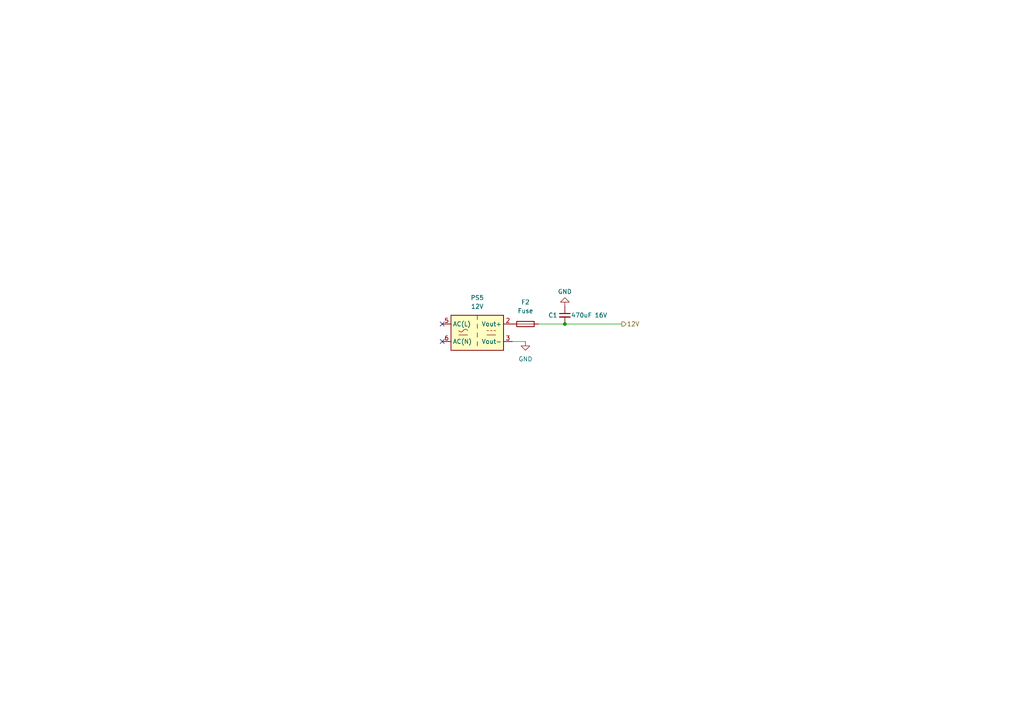
<source format=kicad_sch>
(kicad_sch
	(version 20250114)
	(generator "eeschema")
	(generator_version "9.0")
	(uuid "9f7dbccc-6872-4002-b4c3-0dba4d5cad34")
	(paper "A4")
	(lib_symbols
		(symbol "Converter_ACDC:TMLM04112"
			(exclude_from_sim no)
			(in_bom yes)
			(on_board yes)
			(property "Reference" "PS"
				(at 0 6.35 0)
				(effects
					(font
						(size 1.27 1.27)
					)
				)
			)
			(property "Value" "TMLM04112"
				(at 0 -6.35 0)
				(effects
					(font
						(size 1.27 1.27)
					)
				)
			)
			(property "Footprint" "Converter_ACDC:Converter_ACDC_TRACO_TMLM-04_THT"
				(at 0 -8.89 0)
				(effects
					(font
						(size 1.27 1.27)
					)
					(hide yes)
				)
			)
			(property "Datasheet" "https://www.tracopower.com/products/tmlm.pdf"
				(at 0 0 0)
				(effects
					(font
						(size 1.27 1.27)
					)
					(hide yes)
				)
			)
			(property "Description" "12V 333mA AC/DC low noise power module"
				(at 0 0 0)
				(effects
					(font
						(size 1.27 1.27)
					)
					(hide yes)
				)
			)
			(property "ki_keywords" "Traco Power 4W AC-DC module power supply"
				(at 0 0 0)
				(effects
					(font
						(size 1.27 1.27)
					)
					(hide yes)
				)
			)
			(property "ki_fp_filters" "Converter*ACDC*TRACO*TMLM*04*"
				(at 0 0 0)
				(effects
					(font
						(size 1.27 1.27)
					)
					(hide yes)
				)
			)
			(symbol "TMLM04112_0_1"
				(rectangle
					(start -7.62 5.08)
					(end 7.62 -5.08)
					(stroke
						(width 0.254)
						(type default)
					)
					(fill
						(type background)
					)
				)
				(polyline
					(pts
						(xy -5.334 -0.635) (xy -2.794 -0.635)
					)
					(stroke
						(width 0)
						(type default)
					)
					(fill
						(type none)
					)
				)
				(arc
					(start -4.064 0.635)
					(mid -4.699 0.2495)
					(end -5.334 0.635)
					(stroke
						(width 0)
						(type default)
					)
					(fill
						(type none)
					)
				)
				(arc
					(start -4.064 0.635)
					(mid -3.429 1.0072)
					(end -2.794 0.635)
					(stroke
						(width 0)
						(type default)
					)
					(fill
						(type none)
					)
				)
				(polyline
					(pts
						(xy 0 5.08) (xy 0 3.81)
					)
					(stroke
						(width 0)
						(type default)
					)
					(fill
						(type none)
					)
				)
				(polyline
					(pts
						(xy 0 2.54) (xy 0 1.27)
					)
					(stroke
						(width 0)
						(type default)
					)
					(fill
						(type none)
					)
				)
				(polyline
					(pts
						(xy 0 0) (xy 0 -1.27)
					)
					(stroke
						(width 0)
						(type default)
					)
					(fill
						(type none)
					)
				)
				(polyline
					(pts
						(xy 0 -2.54) (xy 0 -3.81)
					)
					(stroke
						(width 0)
						(type default)
					)
					(fill
						(type none)
					)
				)
				(polyline
					(pts
						(xy 2.794 0.635) (xy 3.302 0.635)
					)
					(stroke
						(width 0)
						(type default)
					)
					(fill
						(type none)
					)
				)
				(polyline
					(pts
						(xy 2.794 -0.635) (xy 5.334 -0.635)
					)
					(stroke
						(width 0)
						(type default)
					)
					(fill
						(type none)
					)
				)
				(polyline
					(pts
						(xy 3.81 0.635) (xy 4.318 0.635)
					)
					(stroke
						(width 0)
						(type default)
					)
					(fill
						(type none)
					)
				)
				(polyline
					(pts
						(xy 4.826 0.635) (xy 5.334 0.635)
					)
					(stroke
						(width 0)
						(type default)
					)
					(fill
						(type none)
					)
				)
			)
			(symbol "TMLM04112_1_1"
				(pin power_in line
					(at -10.16 2.54 0)
					(length 2.54)
					(name "AC(L)"
						(effects
							(font
								(size 1.27 1.27)
							)
						)
					)
					(number "5"
						(effects
							(font
								(size 1.27 1.27)
							)
						)
					)
				)
				(pin power_in line
					(at -10.16 -2.54 0)
					(length 2.54)
					(name "AC(N)"
						(effects
							(font
								(size 1.27 1.27)
							)
						)
					)
					(number "6"
						(effects
							(font
								(size 1.27 1.27)
							)
						)
					)
				)
				(pin power_out line
					(at 10.16 2.54 180)
					(length 2.54)
					(name "Vout+"
						(effects
							(font
								(size 1.27 1.27)
							)
						)
					)
					(number "2"
						(effects
							(font
								(size 1.27 1.27)
							)
						)
					)
				)
				(pin power_out line
					(at 10.16 -2.54 180)
					(length 2.54)
					(name "Vout-"
						(effects
							(font
								(size 1.27 1.27)
							)
						)
					)
					(number "3"
						(effects
							(font
								(size 1.27 1.27)
							)
						)
					)
				)
			)
			(embedded_fonts no)
		)
		(symbol "Device:C_Small"
			(pin_numbers
				(hide yes)
			)
			(pin_names
				(offset 0.254)
				(hide yes)
			)
			(exclude_from_sim no)
			(in_bom yes)
			(on_board yes)
			(property "Reference" "C"
				(at 0.254 1.778 0)
				(effects
					(font
						(size 1.27 1.27)
					)
					(justify left)
				)
			)
			(property "Value" "C_Small"
				(at 0.254 -2.032 0)
				(effects
					(font
						(size 1.27 1.27)
					)
					(justify left)
				)
			)
			(property "Footprint" ""
				(at 0 0 0)
				(effects
					(font
						(size 1.27 1.27)
					)
					(hide yes)
				)
			)
			(property "Datasheet" "~"
				(at 0 0 0)
				(effects
					(font
						(size 1.27 1.27)
					)
					(hide yes)
				)
			)
			(property "Description" "Unpolarized capacitor, small symbol"
				(at 0 0 0)
				(effects
					(font
						(size 1.27 1.27)
					)
					(hide yes)
				)
			)
			(property "ki_keywords" "capacitor cap"
				(at 0 0 0)
				(effects
					(font
						(size 1.27 1.27)
					)
					(hide yes)
				)
			)
			(property "ki_fp_filters" "C_*"
				(at 0 0 0)
				(effects
					(font
						(size 1.27 1.27)
					)
					(hide yes)
				)
			)
			(symbol "C_Small_0_1"
				(polyline
					(pts
						(xy -1.524 0.508) (xy 1.524 0.508)
					)
					(stroke
						(width 0.3048)
						(type default)
					)
					(fill
						(type none)
					)
				)
				(polyline
					(pts
						(xy -1.524 -0.508) (xy 1.524 -0.508)
					)
					(stroke
						(width 0.3302)
						(type default)
					)
					(fill
						(type none)
					)
				)
			)
			(symbol "C_Small_1_1"
				(pin passive line
					(at 0 2.54 270)
					(length 2.032)
					(name "~"
						(effects
							(font
								(size 1.27 1.27)
							)
						)
					)
					(number "1"
						(effects
							(font
								(size 1.27 1.27)
							)
						)
					)
				)
				(pin passive line
					(at 0 -2.54 90)
					(length 2.032)
					(name "~"
						(effects
							(font
								(size 1.27 1.27)
							)
						)
					)
					(number "2"
						(effects
							(font
								(size 1.27 1.27)
							)
						)
					)
				)
			)
			(embedded_fonts no)
		)
		(symbol "Device:Fuse"
			(pin_numbers
				(hide yes)
			)
			(pin_names
				(offset 0)
			)
			(exclude_from_sim no)
			(in_bom yes)
			(on_board yes)
			(property "Reference" "F"
				(at 2.032 0 90)
				(effects
					(font
						(size 1.27 1.27)
					)
				)
			)
			(property "Value" "Fuse"
				(at -1.905 0 90)
				(effects
					(font
						(size 1.27 1.27)
					)
				)
			)
			(property "Footprint" ""
				(at -1.778 0 90)
				(effects
					(font
						(size 1.27 1.27)
					)
					(hide yes)
				)
			)
			(property "Datasheet" "~"
				(at 0 0 0)
				(effects
					(font
						(size 1.27 1.27)
					)
					(hide yes)
				)
			)
			(property "Description" "Fuse"
				(at 0 0 0)
				(effects
					(font
						(size 1.27 1.27)
					)
					(hide yes)
				)
			)
			(property "ki_keywords" "fuse"
				(at 0 0 0)
				(effects
					(font
						(size 1.27 1.27)
					)
					(hide yes)
				)
			)
			(property "ki_fp_filters" "*Fuse*"
				(at 0 0 0)
				(effects
					(font
						(size 1.27 1.27)
					)
					(hide yes)
				)
			)
			(symbol "Fuse_0_1"
				(rectangle
					(start -0.762 -2.54)
					(end 0.762 2.54)
					(stroke
						(width 0.254)
						(type default)
					)
					(fill
						(type none)
					)
				)
				(polyline
					(pts
						(xy 0 2.54) (xy 0 -2.54)
					)
					(stroke
						(width 0)
						(type default)
					)
					(fill
						(type none)
					)
				)
			)
			(symbol "Fuse_1_1"
				(pin passive line
					(at 0 3.81 270)
					(length 1.27)
					(name "~"
						(effects
							(font
								(size 1.27 1.27)
							)
						)
					)
					(number "1"
						(effects
							(font
								(size 1.27 1.27)
							)
						)
					)
				)
				(pin passive line
					(at 0 -3.81 90)
					(length 1.27)
					(name "~"
						(effects
							(font
								(size 1.27 1.27)
							)
						)
					)
					(number "2"
						(effects
							(font
								(size 1.27 1.27)
							)
						)
					)
				)
			)
			(embedded_fonts no)
		)
		(symbol "power:GND"
			(power)
			(pin_numbers
				(hide yes)
			)
			(pin_names
				(offset 0)
				(hide yes)
			)
			(exclude_from_sim no)
			(in_bom yes)
			(on_board yes)
			(property "Reference" "#PWR"
				(at 0 -6.35 0)
				(effects
					(font
						(size 1.27 1.27)
					)
					(hide yes)
				)
			)
			(property "Value" "GND"
				(at 0 -3.81 0)
				(effects
					(font
						(size 1.27 1.27)
					)
				)
			)
			(property "Footprint" ""
				(at 0 0 0)
				(effects
					(font
						(size 1.27 1.27)
					)
					(hide yes)
				)
			)
			(property "Datasheet" ""
				(at 0 0 0)
				(effects
					(font
						(size 1.27 1.27)
					)
					(hide yes)
				)
			)
			(property "Description" "Power symbol creates a global label with name \"GND\" , ground"
				(at 0 0 0)
				(effects
					(font
						(size 1.27 1.27)
					)
					(hide yes)
				)
			)
			(property "ki_keywords" "global power"
				(at 0 0 0)
				(effects
					(font
						(size 1.27 1.27)
					)
					(hide yes)
				)
			)
			(symbol "GND_0_1"
				(polyline
					(pts
						(xy 0 0) (xy 0 -1.27) (xy 1.27 -1.27) (xy 0 -2.54) (xy -1.27 -1.27) (xy 0 -1.27)
					)
					(stroke
						(width 0)
						(type default)
					)
					(fill
						(type none)
					)
				)
			)
			(symbol "GND_1_1"
				(pin power_in line
					(at 0 0 270)
					(length 0)
					(name "~"
						(effects
							(font
								(size 1.27 1.27)
							)
						)
					)
					(number "1"
						(effects
							(font
								(size 1.27 1.27)
							)
						)
					)
				)
			)
			(embedded_fonts no)
		)
	)
	(junction
		(at 163.83 93.98)
		(diameter 0)
		(color 0 0 0 0)
		(uuid "83b86bed-382d-4d86-bbeb-971d9e14c48c")
	)
	(no_connect
		(at 128.27 93.98)
		(uuid "4296b71e-15e4-4e8e-b1e0-9a48634e18e6")
	)
	(no_connect
		(at 128.27 99.06)
		(uuid "43174e9a-26c5-4f1b-ac00-2a25c0c52b9e")
	)
	(wire
		(pts
			(xy 148.59 99.06) (xy 152.4 99.06)
		)
		(stroke
			(width 0)
			(type default)
		)
		(uuid "446aa3a1-4089-41be-99ec-9da2ad6a57c6")
	)
	(wire
		(pts
			(xy 156.21 93.98) (xy 163.83 93.98)
		)
		(stroke
			(width 0)
			(type default)
		)
		(uuid "52d68881-4440-4ae5-9dab-6a29ebf71925")
	)
	(wire
		(pts
			(xy 163.83 93.98) (xy 180.34 93.98)
		)
		(stroke
			(width 0)
			(type default)
		)
		(uuid "5eda6964-2f5e-4b9f-84ca-793d87fea466")
	)
	(hierarchical_label "12V"
		(shape output)
		(at 180.34 93.98 0)
		(effects
			(font
				(size 1.27 1.27)
			)
			(justify left)
		)
		(uuid "4df1fd49-980e-406d-9603-73977fdfa068")
	)
	(symbol
		(lib_id "Device:C_Small")
		(at 163.83 91.44 0)
		(unit 1)
		(exclude_from_sim no)
		(in_bom yes)
		(on_board yes)
		(dnp no)
		(uuid "04715165-fe4b-4902-abe4-f1306ab3c2fd")
		(property "Reference" "C1"
			(at 159.004 91.44 0)
			(effects
				(font
					(size 1.27 1.27)
				)
				(justify left)
			)
		)
		(property "Value" "470uF 16V"
			(at 165.608 91.44 0)
			(effects
				(font
					(size 1.27 1.27)
				)
				(justify left)
			)
		)
		(property "Footprint" ""
			(at 163.83 91.44 0)
			(effects
				(font
					(size 1.27 1.27)
				)
				(hide yes)
			)
		)
		(property "Datasheet" "~"
			(at 163.83 91.44 0)
			(effects
				(font
					(size 1.27 1.27)
				)
				(hide yes)
			)
		)
		(property "Description" "Unpolarized capacitor, small symbol"
			(at 163.83 91.44 0)
			(effects
				(font
					(size 1.27 1.27)
				)
				(hide yes)
			)
		)
		(pin "2"
			(uuid "b5bf3c33-648e-4671-a8ee-fd7c53666f9b")
		)
		(pin "1"
			(uuid "e05dd2a1-5bbc-4865-b081-135040bed525")
		)
		(instances
			(project "Basic Power Distribution"
				(path "/806c945d-80a3-4a32-a262-566a8b69f4ec/94852c22-4b25-46a7-be23-fa7cfc3b1535"
					(reference "C1")
					(unit 1)
				)
			)
		)
	)
	(symbol
		(lib_id "Device:Fuse")
		(at 152.4 93.98 90)
		(unit 1)
		(exclude_from_sim no)
		(in_bom yes)
		(on_board yes)
		(dnp no)
		(fields_autoplaced yes)
		(uuid "04d1a63e-9edc-45b0-839a-3fefb3f78c39")
		(property "Reference" "F2"
			(at 152.4 87.63 90)
			(effects
				(font
					(size 1.27 1.27)
				)
			)
		)
		(property "Value" "Fuse"
			(at 152.4 90.17 90)
			(effects
				(font
					(size 1.27 1.27)
				)
			)
		)
		(property "Footprint" ""
			(at 152.4 95.758 90)
			(effects
				(font
					(size 1.27 1.27)
				)
				(hide yes)
			)
		)
		(property "Datasheet" "~"
			(at 152.4 93.98 0)
			(effects
				(font
					(size 1.27 1.27)
				)
				(hide yes)
			)
		)
		(property "Description" "Fuse"
			(at 152.4 93.98 0)
			(effects
				(font
					(size 1.27 1.27)
				)
				(hide yes)
			)
		)
		(pin "2"
			(uuid "8af2dee2-11ca-4476-8220-a3a280959100")
		)
		(pin "1"
			(uuid "e21e9e06-6b8a-4b87-b88a-361c63b698c6")
		)
		(instances
			(project "Basic Power Distribution"
				(path "/806c945d-80a3-4a32-a262-566a8b69f4ec/94852c22-4b25-46a7-be23-fa7cfc3b1535"
					(reference "F2")
					(unit 1)
				)
			)
		)
	)
	(symbol
		(lib_id "power:GND")
		(at 163.83 88.9 180)
		(unit 1)
		(exclude_from_sim no)
		(in_bom yes)
		(on_board yes)
		(dnp no)
		(uuid "39698541-7380-436b-acc5-1ac0fe1557b4")
		(property "Reference" "#PWR039"
			(at 163.83 82.55 0)
			(effects
				(font
					(size 1.27 1.27)
				)
				(hide yes)
			)
		)
		(property "Value" "GND"
			(at 163.83 84.582 0)
			(effects
				(font
					(size 1.27 1.27)
				)
			)
		)
		(property "Footprint" ""
			(at 163.83 88.9 0)
			(effects
				(font
					(size 1.27 1.27)
				)
				(hide yes)
			)
		)
		(property "Datasheet" ""
			(at 163.83 88.9 0)
			(effects
				(font
					(size 1.27 1.27)
				)
				(hide yes)
			)
		)
		(property "Description" "Power symbol creates a global label with name \"GND\" , ground"
			(at 163.83 88.9 0)
			(effects
				(font
					(size 1.27 1.27)
				)
				(hide yes)
			)
		)
		(pin "1"
			(uuid "42538901-977f-4c2a-ab8e-ee9395a2ed50")
		)
		(instances
			(project "Basic Power Distribution"
				(path "/806c945d-80a3-4a32-a262-566a8b69f4ec/94852c22-4b25-46a7-be23-fa7cfc3b1535"
					(reference "#PWR039")
					(unit 1)
				)
			)
		)
	)
	(symbol
		(lib_id "Converter_ACDC:TMLM04112")
		(at 138.43 96.52 0)
		(unit 1)
		(exclude_from_sim no)
		(in_bom yes)
		(on_board yes)
		(dnp no)
		(fields_autoplaced yes)
		(uuid "96c8d5fd-6e2b-43e8-9e5d-5fd2878dd579")
		(property "Reference" "PS5"
			(at 138.43 86.36 0)
			(effects
				(font
					(size 1.27 1.27)
				)
			)
		)
		(property "Value" "12V"
			(at 138.43 88.9 0)
			(effects
				(font
					(size 1.27 1.27)
				)
			)
		)
		(property "Footprint" "Converter_ACDC:Converter_ACDC_TRACO_TMLM-04_THT"
			(at 138.43 105.41 0)
			(effects
				(font
					(size 1.27 1.27)
				)
				(hide yes)
			)
		)
		(property "Datasheet" "https://www.tracopower.com/products/tmlm.pdf"
			(at 138.43 96.52 0)
			(effects
				(font
					(size 1.27 1.27)
				)
				(hide yes)
			)
		)
		(property "Description" "12V 333mA AC/DC low noise power module"
			(at 138.43 96.52 0)
			(effects
				(font
					(size 1.27 1.27)
				)
				(hide yes)
			)
		)
		(pin "3"
			(uuid "1d57c347-fd0d-442b-a293-49bb74c33052")
		)
		(pin "5"
			(uuid "7549ad0f-a537-4c16-902b-b137f2052632")
		)
		(pin "2"
			(uuid "35f16f71-aa1d-4c29-8509-cb367e6d2cc7")
		)
		(pin "6"
			(uuid "41705acf-5947-4552-9bf5-656246bb7c9d")
		)
		(instances
			(project "Basic Power Distribution"
				(path "/806c945d-80a3-4a32-a262-566a8b69f4ec/94852c22-4b25-46a7-be23-fa7cfc3b1535"
					(reference "PS5")
					(unit 1)
				)
			)
		)
	)
	(symbol
		(lib_id "power:GND")
		(at 152.4 99.06 0)
		(unit 1)
		(exclude_from_sim no)
		(in_bom yes)
		(on_board yes)
		(dnp no)
		(fields_autoplaced yes)
		(uuid "b8e5a6d5-089f-46be-9430-72b081ee0866")
		(property "Reference" "#PWR01"
			(at 152.4 105.41 0)
			(effects
				(font
					(size 1.27 1.27)
				)
				(hide yes)
			)
		)
		(property "Value" "GND"
			(at 152.4 104.14 0)
			(effects
				(font
					(size 1.27 1.27)
				)
			)
		)
		(property "Footprint" ""
			(at 152.4 99.06 0)
			(effects
				(font
					(size 1.27 1.27)
				)
				(hide yes)
			)
		)
		(property "Datasheet" ""
			(at 152.4 99.06 0)
			(effects
				(font
					(size 1.27 1.27)
				)
				(hide yes)
			)
		)
		(property "Description" "Power symbol creates a global label with name \"GND\" , ground"
			(at 152.4 99.06 0)
			(effects
				(font
					(size 1.27 1.27)
				)
				(hide yes)
			)
		)
		(pin "1"
			(uuid "2ce83661-9aad-4373-b630-4f2759fd7049")
		)
		(instances
			(project ""
				(path "/806c945d-80a3-4a32-a262-566a8b69f4ec/94852c22-4b25-46a7-be23-fa7cfc3b1535"
					(reference "#PWR01")
					(unit 1)
				)
			)
		)
	)
)

</source>
